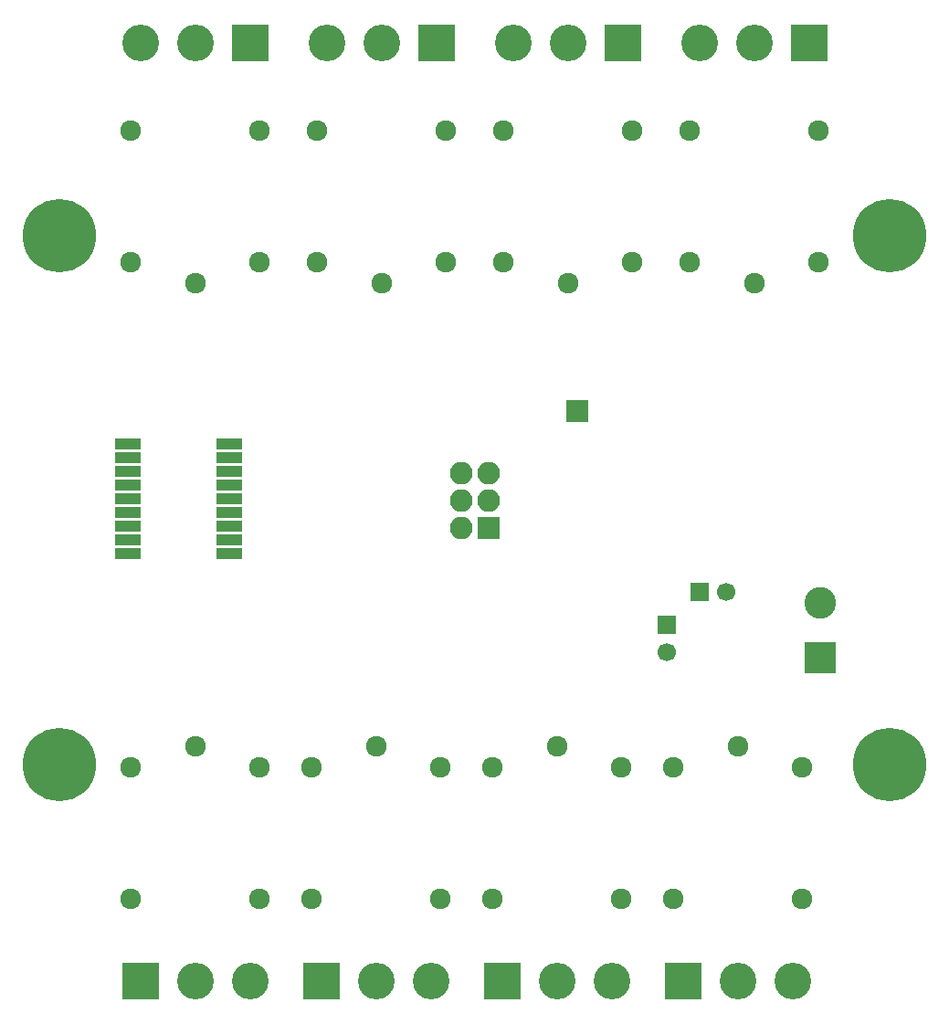
<source format=gbs>
G04 #@! TF.FileFunction,Soldermask,Bot*
%FSLAX45Y45*%
G04 Gerber Fmt 4.5, Leading zero omitted, Abs format (unit mm)*
G04 Created by KiCad (PCBNEW 4.0.5-e0-6337~49~ubuntu16.04.1) date Tue Jan 24 14:39:18 2017*
%MOMM*%
%LPD*%
G01*
G04 APERTURE LIST*
%ADD10C,0.100000*%
%ADD11R,2.940000X2.940000*%
%ADD12C,2.940000*%
%ADD13R,2.100000X2.100000*%
%ADD14O,2.100000X2.100000*%
%ADD15R,1.700000X1.700000*%
%ADD16C,1.700000*%
%ADD17R,2.400000X1.000000*%
%ADD18R,3.400000X3.400000*%
%ADD19C,3.400000*%
%ADD20C,1.924000*%
%ADD21C,6.800000*%
G04 APERTURE END LIST*
D10*
D11*
X19532600Y-11709400D03*
D12*
X19532600Y-11201400D03*
D13*
X17284700Y-9423400D03*
X16459200Y-10502900D03*
D14*
X16205200Y-10502900D03*
X16459200Y-10248900D03*
X16205200Y-10248900D03*
X16459200Y-9994900D03*
X16205200Y-9994900D03*
D15*
X18415000Y-11099800D03*
D16*
X18665000Y-11099800D03*
D15*
X18110200Y-11404600D03*
D16*
X18110200Y-11654600D03*
D17*
X13119000Y-9728200D03*
X13119000Y-9855200D03*
X13119000Y-9982200D03*
X13119000Y-10109200D03*
X13119000Y-10236200D03*
X13119000Y-10363200D03*
X13119000Y-10490200D03*
X13119000Y-10617200D03*
X13119000Y-10744200D03*
X14059000Y-10744200D03*
X14059000Y-10617200D03*
X14059000Y-10490200D03*
X14059000Y-10363200D03*
X14059000Y-10236200D03*
X14059000Y-10109200D03*
X14059000Y-9982200D03*
X14059000Y-9855200D03*
X14059000Y-9728200D03*
D18*
X14249400Y-6007100D03*
D19*
X13741400Y-6007100D03*
X13233400Y-6007100D03*
X14960600Y-6007100D03*
X15468600Y-6007100D03*
D18*
X15976600Y-6007100D03*
X17703800Y-6007100D03*
D19*
X17195800Y-6007100D03*
X16687800Y-6007100D03*
X18415000Y-6007100D03*
X18923000Y-6007100D03*
D18*
X19431000Y-6007100D03*
D19*
X19278600Y-14706600D03*
X18770600Y-14706600D03*
D18*
X18262600Y-14706600D03*
X16586200Y-14706600D03*
D19*
X17094200Y-14706600D03*
X17602200Y-14706600D03*
X15925800Y-14706600D03*
X15417800Y-14706600D03*
D18*
X14909800Y-14706600D03*
X13233400Y-14706600D03*
D19*
X13741400Y-14706600D03*
X14249400Y-14706600D03*
D20*
X13741400Y-8239500D03*
X13141400Y-6819500D03*
X14341400Y-6819500D03*
X14341400Y-8039500D03*
X13141400Y-8039500D03*
X14868600Y-8039500D03*
X16068600Y-8039500D03*
X16068600Y-6819500D03*
X14868600Y-6819500D03*
X15468600Y-8239500D03*
X17195800Y-8239500D03*
X16595800Y-6819500D03*
X17795800Y-6819500D03*
X17795800Y-8039500D03*
X16595800Y-8039500D03*
X18323000Y-8039500D03*
X19523000Y-8039500D03*
X19523000Y-6819500D03*
X18323000Y-6819500D03*
X18923000Y-8239500D03*
X18770600Y-12525000D03*
X19370600Y-13945000D03*
X18170600Y-13945000D03*
X18170600Y-12725000D03*
X19370600Y-12725000D03*
X17694200Y-12725000D03*
X16494200Y-12725000D03*
X16494200Y-13945000D03*
X17694200Y-13945000D03*
X17094200Y-12525000D03*
X15417800Y-12525000D03*
X16017800Y-13945000D03*
X14817800Y-13945000D03*
X14817800Y-12725000D03*
X16017800Y-12725000D03*
X14341400Y-12725000D03*
X13141400Y-12725000D03*
X13141400Y-13945000D03*
X14341400Y-13945000D03*
X13741400Y-12525000D03*
D21*
X20183000Y-7792700D03*
X12483000Y-7792700D03*
X12483000Y-12697400D03*
X20183000Y-12697400D03*
M02*

</source>
